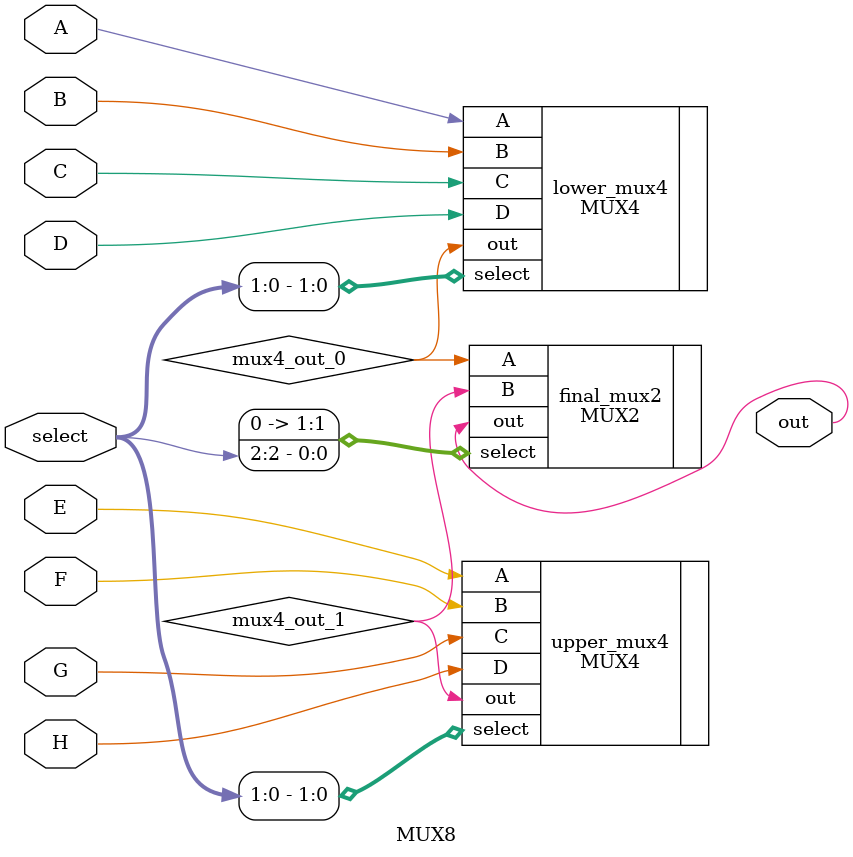
<source format=v>
module MUX8 #(parameter XLEN = 1) (
    input [XLEN - 1 : 0] A, B, C, D, E, F, G, H,
    input [2:0] select,  

    output [XLEN - 1 : 0] out
);
    wire [XLEN - 1 : 0] mux4_out_0, mux4_out_1;
    
    MUX4 #(XLEN) lower_mux4 (
        .A(A), .B(B), .C(C), .D(D),
        .select(select[1:0]),
        .out(mux4_out_0)
    );
    
    MUX4 #(XLEN) upper_mux4 (
        .A(E), .B(F), .C(G), .D(H),
        .select(select[1:0]),
        .out(mux4_out_1)
    );
    
    MUX2 #(XLEN) final_mux2 (
        .A(mux4_out_0), .B(mux4_out_1),
        .select({1'b0, select[2]}),  
        .out(out)
    );

endmodule
</source>
